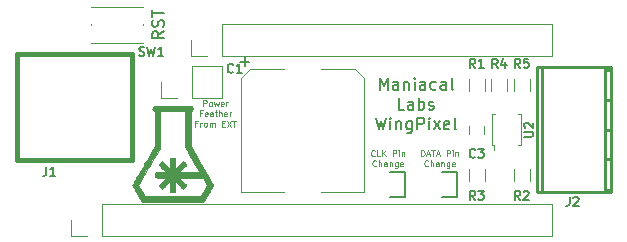
<source format=gbr>
G04 #@! TF.FileFunction,Legend,Top*
%FSLAX46Y46*%
G04 Gerber Fmt 4.6, Leading zero omitted, Abs format (unit mm)*
G04 Created by KiCad (PCBNEW 4.0.7) date 06/24/18 16:56:01*
%MOMM*%
%LPD*%
G01*
G04 APERTURE LIST*
%ADD10C,0.100000*%
%ADD11C,0.101600*%
%ADD12C,0.177800*%
%ADD13C,0.381000*%
%ADD14C,0.254000*%
%ADD15C,0.120000*%
%ADD16C,0.010000*%
%ADD17C,0.150000*%
%ADD18C,0.152400*%
%ADD19C,0.149860*%
%ADD20C,0.127000*%
G04 APERTURE END LIST*
D10*
D11*
X70239713Y-41598010D02*
X70239713Y-41090010D01*
X70360666Y-41090010D01*
X70433237Y-41114200D01*
X70481618Y-41162581D01*
X70505809Y-41210962D01*
X70529999Y-41307724D01*
X70529999Y-41380295D01*
X70505809Y-41477057D01*
X70481618Y-41525438D01*
X70433237Y-41573819D01*
X70360666Y-41598010D01*
X70239713Y-41598010D01*
X70723523Y-41452867D02*
X70965428Y-41452867D01*
X70675142Y-41598010D02*
X70844475Y-41090010D01*
X71013809Y-41598010D01*
X71110571Y-41090010D02*
X71400857Y-41090010D01*
X71255714Y-41598010D02*
X71255714Y-41090010D01*
X71546000Y-41452867D02*
X71787905Y-41452867D01*
X71497619Y-41598010D02*
X71666952Y-41090010D01*
X71836286Y-41598010D01*
X72392667Y-41598010D02*
X72392667Y-41090010D01*
X72586191Y-41090010D01*
X72634572Y-41114200D01*
X72658763Y-41138390D01*
X72682953Y-41186771D01*
X72682953Y-41259343D01*
X72658763Y-41307724D01*
X72634572Y-41331914D01*
X72586191Y-41356105D01*
X72392667Y-41356105D01*
X72900667Y-41598010D02*
X72900667Y-41259343D01*
X72900667Y-41090010D02*
X72876477Y-41114200D01*
X72900667Y-41138390D01*
X72924858Y-41114200D01*
X72900667Y-41090010D01*
X72900667Y-41138390D01*
X73142572Y-41259343D02*
X73142572Y-41598010D01*
X73142572Y-41307724D02*
X73166763Y-41283533D01*
X73215144Y-41259343D01*
X73287715Y-41259343D01*
X73336096Y-41283533D01*
X73360287Y-41331914D01*
X73360287Y-41598010D01*
X70820286Y-42413229D02*
X70796096Y-42437419D01*
X70723524Y-42461610D01*
X70675143Y-42461610D01*
X70602572Y-42437419D01*
X70554191Y-42389038D01*
X70530000Y-42340657D01*
X70505810Y-42243895D01*
X70505810Y-42171324D01*
X70530000Y-42074562D01*
X70554191Y-42026181D01*
X70602572Y-41977800D01*
X70675143Y-41953610D01*
X70723524Y-41953610D01*
X70796096Y-41977800D01*
X70820286Y-42001990D01*
X71038000Y-42461610D02*
X71038000Y-41953610D01*
X71255715Y-42461610D02*
X71255715Y-42195514D01*
X71231524Y-42147133D01*
X71183143Y-42122943D01*
X71110572Y-42122943D01*
X71062191Y-42147133D01*
X71038000Y-42171324D01*
X71715334Y-42461610D02*
X71715334Y-42195514D01*
X71691143Y-42147133D01*
X71642762Y-42122943D01*
X71546000Y-42122943D01*
X71497619Y-42147133D01*
X71715334Y-42437419D02*
X71666953Y-42461610D01*
X71546000Y-42461610D01*
X71497619Y-42437419D01*
X71473429Y-42389038D01*
X71473429Y-42340657D01*
X71497619Y-42292276D01*
X71546000Y-42268086D01*
X71666953Y-42268086D01*
X71715334Y-42243895D01*
X71957238Y-42122943D02*
X71957238Y-42461610D01*
X71957238Y-42171324D02*
X71981429Y-42147133D01*
X72029810Y-42122943D01*
X72102381Y-42122943D01*
X72150762Y-42147133D01*
X72174953Y-42195514D01*
X72174953Y-42461610D01*
X72634572Y-42122943D02*
X72634572Y-42534181D01*
X72610381Y-42582562D01*
X72586191Y-42606752D01*
X72537810Y-42630943D01*
X72465238Y-42630943D01*
X72416857Y-42606752D01*
X72634572Y-42437419D02*
X72586191Y-42461610D01*
X72489429Y-42461610D01*
X72441048Y-42437419D01*
X72416857Y-42413229D01*
X72392667Y-42364848D01*
X72392667Y-42219705D01*
X72416857Y-42171324D01*
X72441048Y-42147133D01*
X72489429Y-42122943D01*
X72586191Y-42122943D01*
X72634572Y-42147133D01*
X73070000Y-42437419D02*
X73021619Y-42461610D01*
X72924857Y-42461610D01*
X72876476Y-42437419D01*
X72852286Y-42389038D01*
X72852286Y-42195514D01*
X72876476Y-42147133D01*
X72924857Y-42122943D01*
X73021619Y-42122943D01*
X73070000Y-42147133D01*
X73094191Y-42195514D01*
X73094191Y-42243895D01*
X72852286Y-42292276D01*
X66299333Y-41549629D02*
X66275143Y-41573819D01*
X66202571Y-41598010D01*
X66154190Y-41598010D01*
X66081619Y-41573819D01*
X66033238Y-41525438D01*
X66009047Y-41477057D01*
X65984857Y-41380295D01*
X65984857Y-41307724D01*
X66009047Y-41210962D01*
X66033238Y-41162581D01*
X66081619Y-41114200D01*
X66154190Y-41090010D01*
X66202571Y-41090010D01*
X66275143Y-41114200D01*
X66299333Y-41138390D01*
X66758952Y-41598010D02*
X66517047Y-41598010D01*
X66517047Y-41090010D01*
X66928285Y-41598010D02*
X66928285Y-41090010D01*
X67218571Y-41598010D02*
X67000857Y-41307724D01*
X67218571Y-41090010D02*
X66928285Y-41380295D01*
X67823333Y-41598010D02*
X67823333Y-41090010D01*
X68016857Y-41090010D01*
X68065238Y-41114200D01*
X68089429Y-41138390D01*
X68113619Y-41186771D01*
X68113619Y-41259343D01*
X68089429Y-41307724D01*
X68065238Y-41331914D01*
X68016857Y-41356105D01*
X67823333Y-41356105D01*
X68331333Y-41598010D02*
X68331333Y-41259343D01*
X68331333Y-41090010D02*
X68307143Y-41114200D01*
X68331333Y-41138390D01*
X68355524Y-41114200D01*
X68331333Y-41090010D01*
X68331333Y-41138390D01*
X68573238Y-41259343D02*
X68573238Y-41598010D01*
X68573238Y-41307724D02*
X68597429Y-41283533D01*
X68645810Y-41259343D01*
X68718381Y-41259343D01*
X68766762Y-41283533D01*
X68790953Y-41331914D01*
X68790953Y-41598010D01*
X66420286Y-42413229D02*
X66396096Y-42437419D01*
X66323524Y-42461610D01*
X66275143Y-42461610D01*
X66202572Y-42437419D01*
X66154191Y-42389038D01*
X66130000Y-42340657D01*
X66105810Y-42243895D01*
X66105810Y-42171324D01*
X66130000Y-42074562D01*
X66154191Y-42026181D01*
X66202572Y-41977800D01*
X66275143Y-41953610D01*
X66323524Y-41953610D01*
X66396096Y-41977800D01*
X66420286Y-42001990D01*
X66638000Y-42461610D02*
X66638000Y-41953610D01*
X66855715Y-42461610D02*
X66855715Y-42195514D01*
X66831524Y-42147133D01*
X66783143Y-42122943D01*
X66710572Y-42122943D01*
X66662191Y-42147133D01*
X66638000Y-42171324D01*
X67315334Y-42461610D02*
X67315334Y-42195514D01*
X67291143Y-42147133D01*
X67242762Y-42122943D01*
X67146000Y-42122943D01*
X67097619Y-42147133D01*
X67315334Y-42437419D02*
X67266953Y-42461610D01*
X67146000Y-42461610D01*
X67097619Y-42437419D01*
X67073429Y-42389038D01*
X67073429Y-42340657D01*
X67097619Y-42292276D01*
X67146000Y-42268086D01*
X67266953Y-42268086D01*
X67315334Y-42243895D01*
X67557238Y-42122943D02*
X67557238Y-42461610D01*
X67557238Y-42171324D02*
X67581429Y-42147133D01*
X67629810Y-42122943D01*
X67702381Y-42122943D01*
X67750762Y-42147133D01*
X67774953Y-42195514D01*
X67774953Y-42461610D01*
X68234572Y-42122943D02*
X68234572Y-42534181D01*
X68210381Y-42582562D01*
X68186191Y-42606752D01*
X68137810Y-42630943D01*
X68065238Y-42630943D01*
X68016857Y-42606752D01*
X68234572Y-42437419D02*
X68186191Y-42461610D01*
X68089429Y-42461610D01*
X68041048Y-42437419D01*
X68016857Y-42413229D01*
X67992667Y-42364848D01*
X67992667Y-42219705D01*
X68016857Y-42171324D01*
X68041048Y-42147133D01*
X68089429Y-42122943D01*
X68186191Y-42122943D01*
X68234572Y-42147133D01*
X68670000Y-42437419D02*
X68621619Y-42461610D01*
X68524857Y-42461610D01*
X68476476Y-42437419D01*
X68452286Y-42389038D01*
X68452286Y-42195514D01*
X68476476Y-42147133D01*
X68524857Y-42122943D01*
X68621619Y-42122943D01*
X68670000Y-42147133D01*
X68694191Y-42195514D01*
X68694191Y-42243895D01*
X68452286Y-42292276D01*
X51796095Y-37366210D02*
X51796095Y-36858210D01*
X51989619Y-36858210D01*
X52038000Y-36882400D01*
X52062191Y-36906590D01*
X52086381Y-36954971D01*
X52086381Y-37027543D01*
X52062191Y-37075924D01*
X52038000Y-37100114D01*
X51989619Y-37124305D01*
X51796095Y-37124305D01*
X52376667Y-37366210D02*
X52328286Y-37342019D01*
X52304095Y-37317829D01*
X52279905Y-37269448D01*
X52279905Y-37124305D01*
X52304095Y-37075924D01*
X52328286Y-37051733D01*
X52376667Y-37027543D01*
X52449238Y-37027543D01*
X52497619Y-37051733D01*
X52521810Y-37075924D01*
X52546000Y-37124305D01*
X52546000Y-37269448D01*
X52521810Y-37317829D01*
X52497619Y-37342019D01*
X52449238Y-37366210D01*
X52376667Y-37366210D01*
X52715333Y-37027543D02*
X52812095Y-37366210D01*
X52908857Y-37124305D01*
X53005619Y-37366210D01*
X53102381Y-37027543D01*
X53489428Y-37342019D02*
X53441047Y-37366210D01*
X53344285Y-37366210D01*
X53295904Y-37342019D01*
X53271714Y-37293638D01*
X53271714Y-37100114D01*
X53295904Y-37051733D01*
X53344285Y-37027543D01*
X53441047Y-37027543D01*
X53489428Y-37051733D01*
X53513619Y-37100114D01*
X53513619Y-37148495D01*
X53271714Y-37196876D01*
X53731333Y-37366210D02*
X53731333Y-37027543D01*
X53731333Y-37124305D02*
X53755524Y-37075924D01*
X53779714Y-37051733D01*
X53828095Y-37027543D01*
X53876476Y-37027543D01*
X51675143Y-37963714D02*
X51505809Y-37963714D01*
X51505809Y-38229810D02*
X51505809Y-37721810D01*
X51747714Y-37721810D01*
X52134762Y-38205619D02*
X52086381Y-38229810D01*
X51989619Y-38229810D01*
X51941238Y-38205619D01*
X51917048Y-38157238D01*
X51917048Y-37963714D01*
X51941238Y-37915333D01*
X51989619Y-37891143D01*
X52086381Y-37891143D01*
X52134762Y-37915333D01*
X52158953Y-37963714D01*
X52158953Y-38012095D01*
X51917048Y-38060476D01*
X52594382Y-38229810D02*
X52594382Y-37963714D01*
X52570191Y-37915333D01*
X52521810Y-37891143D01*
X52425048Y-37891143D01*
X52376667Y-37915333D01*
X52594382Y-38205619D02*
X52546001Y-38229810D01*
X52425048Y-38229810D01*
X52376667Y-38205619D01*
X52352477Y-38157238D01*
X52352477Y-38108857D01*
X52376667Y-38060476D01*
X52425048Y-38036286D01*
X52546001Y-38036286D01*
X52594382Y-38012095D01*
X52763715Y-37891143D02*
X52957239Y-37891143D01*
X52836286Y-37721810D02*
X52836286Y-38157238D01*
X52860477Y-38205619D01*
X52908858Y-38229810D01*
X52957239Y-38229810D01*
X53126572Y-38229810D02*
X53126572Y-37721810D01*
X53344287Y-38229810D02*
X53344287Y-37963714D01*
X53320096Y-37915333D01*
X53271715Y-37891143D01*
X53199144Y-37891143D01*
X53150763Y-37915333D01*
X53126572Y-37939524D01*
X53779715Y-38205619D02*
X53731334Y-38229810D01*
X53634572Y-38229810D01*
X53586191Y-38205619D01*
X53562001Y-38157238D01*
X53562001Y-37963714D01*
X53586191Y-37915333D01*
X53634572Y-37891143D01*
X53731334Y-37891143D01*
X53779715Y-37915333D01*
X53803906Y-37963714D01*
X53803906Y-38012095D01*
X53562001Y-38060476D01*
X54021620Y-38229810D02*
X54021620Y-37891143D01*
X54021620Y-37987905D02*
X54045811Y-37939524D01*
X54070001Y-37915333D01*
X54118382Y-37891143D01*
X54166763Y-37891143D01*
X51288095Y-38827314D02*
X51118761Y-38827314D01*
X51118761Y-39093410D02*
X51118761Y-38585410D01*
X51360666Y-38585410D01*
X51554190Y-39093410D02*
X51554190Y-38754743D01*
X51554190Y-38851505D02*
X51578381Y-38803124D01*
X51602571Y-38778933D01*
X51650952Y-38754743D01*
X51699333Y-38754743D01*
X51941238Y-39093410D02*
X51892857Y-39069219D01*
X51868666Y-39045029D01*
X51844476Y-38996648D01*
X51844476Y-38851505D01*
X51868666Y-38803124D01*
X51892857Y-38778933D01*
X51941238Y-38754743D01*
X52013809Y-38754743D01*
X52062190Y-38778933D01*
X52086381Y-38803124D01*
X52110571Y-38851505D01*
X52110571Y-38996648D01*
X52086381Y-39045029D01*
X52062190Y-39069219D01*
X52013809Y-39093410D01*
X51941238Y-39093410D01*
X52328285Y-39093410D02*
X52328285Y-38754743D01*
X52328285Y-38803124D02*
X52352476Y-38778933D01*
X52400857Y-38754743D01*
X52473428Y-38754743D01*
X52521809Y-38778933D01*
X52546000Y-38827314D01*
X52546000Y-39093410D01*
X52546000Y-38827314D02*
X52570190Y-38778933D01*
X52618571Y-38754743D01*
X52691143Y-38754743D01*
X52739523Y-38778933D01*
X52763714Y-38827314D01*
X52763714Y-39093410D01*
X53392666Y-38827314D02*
X53562000Y-38827314D01*
X53634571Y-39093410D02*
X53392666Y-39093410D01*
X53392666Y-38585410D01*
X53634571Y-38585410D01*
X53803904Y-38585410D02*
X54142571Y-39093410D01*
X54142571Y-38585410D02*
X53803904Y-39093410D01*
X54263524Y-38585410D02*
X54553810Y-38585410D01*
X54408667Y-39093410D02*
X54408667Y-38585410D01*
D12*
X48465619Y-31036381D02*
X47981810Y-31375047D01*
X48465619Y-31616952D02*
X47449619Y-31616952D01*
X47449619Y-31229905D01*
X47498000Y-31133143D01*
X47546381Y-31084762D01*
X47643143Y-31036381D01*
X47788286Y-31036381D01*
X47885048Y-31084762D01*
X47933429Y-31133143D01*
X47981810Y-31229905D01*
X47981810Y-31616952D01*
X48417238Y-30649333D02*
X48465619Y-30504190D01*
X48465619Y-30262286D01*
X48417238Y-30165524D01*
X48368857Y-30117143D01*
X48272095Y-30068762D01*
X48175333Y-30068762D01*
X48078571Y-30117143D01*
X48030190Y-30165524D01*
X47981810Y-30262286D01*
X47933429Y-30455809D01*
X47885048Y-30552571D01*
X47836667Y-30600952D01*
X47739905Y-30649333D01*
X47643143Y-30649333D01*
X47546381Y-30600952D01*
X47498000Y-30552571D01*
X47449619Y-30455809D01*
X47449619Y-30213905D01*
X47498000Y-30068762D01*
X47449619Y-29778476D02*
X47449619Y-29197905D01*
X48465619Y-29488190D02*
X47449619Y-29488190D01*
X66728571Y-35974581D02*
X66728571Y-34974581D01*
X67061905Y-35688867D01*
X67395238Y-34974581D01*
X67395238Y-35974581D01*
X68300000Y-35974581D02*
X68300000Y-35450771D01*
X68252381Y-35355533D01*
X68157143Y-35307914D01*
X67966666Y-35307914D01*
X67871428Y-35355533D01*
X68300000Y-35926962D02*
X68204762Y-35974581D01*
X67966666Y-35974581D01*
X67871428Y-35926962D01*
X67823809Y-35831724D01*
X67823809Y-35736486D01*
X67871428Y-35641248D01*
X67966666Y-35593629D01*
X68204762Y-35593629D01*
X68300000Y-35546010D01*
X68776190Y-35307914D02*
X68776190Y-35974581D01*
X68776190Y-35403152D02*
X68823809Y-35355533D01*
X68919047Y-35307914D01*
X69061905Y-35307914D01*
X69157143Y-35355533D01*
X69204762Y-35450771D01*
X69204762Y-35974581D01*
X69680952Y-35974581D02*
X69680952Y-35307914D01*
X69680952Y-34974581D02*
X69633333Y-35022200D01*
X69680952Y-35069819D01*
X69728571Y-35022200D01*
X69680952Y-34974581D01*
X69680952Y-35069819D01*
X70585714Y-35974581D02*
X70585714Y-35450771D01*
X70538095Y-35355533D01*
X70442857Y-35307914D01*
X70252380Y-35307914D01*
X70157142Y-35355533D01*
X70585714Y-35926962D02*
X70490476Y-35974581D01*
X70252380Y-35974581D01*
X70157142Y-35926962D01*
X70109523Y-35831724D01*
X70109523Y-35736486D01*
X70157142Y-35641248D01*
X70252380Y-35593629D01*
X70490476Y-35593629D01*
X70585714Y-35546010D01*
X71490476Y-35926962D02*
X71395238Y-35974581D01*
X71204761Y-35974581D01*
X71109523Y-35926962D01*
X71061904Y-35879343D01*
X71014285Y-35784105D01*
X71014285Y-35498390D01*
X71061904Y-35403152D01*
X71109523Y-35355533D01*
X71204761Y-35307914D01*
X71395238Y-35307914D01*
X71490476Y-35355533D01*
X72347619Y-35974581D02*
X72347619Y-35450771D01*
X72300000Y-35355533D01*
X72204762Y-35307914D01*
X72014285Y-35307914D01*
X71919047Y-35355533D01*
X72347619Y-35926962D02*
X72252381Y-35974581D01*
X72014285Y-35974581D01*
X71919047Y-35926962D01*
X71871428Y-35831724D01*
X71871428Y-35736486D01*
X71919047Y-35641248D01*
X72014285Y-35593629D01*
X72252381Y-35593629D01*
X72347619Y-35546010D01*
X72966666Y-35974581D02*
X72871428Y-35926962D01*
X72823809Y-35831724D01*
X72823809Y-34974581D01*
X68800000Y-37652381D02*
X68323809Y-37652381D01*
X68323809Y-36652381D01*
X69561905Y-37652381D02*
X69561905Y-37128571D01*
X69514286Y-37033333D01*
X69419048Y-36985714D01*
X69228571Y-36985714D01*
X69133333Y-37033333D01*
X69561905Y-37604762D02*
X69466667Y-37652381D01*
X69228571Y-37652381D01*
X69133333Y-37604762D01*
X69085714Y-37509524D01*
X69085714Y-37414286D01*
X69133333Y-37319048D01*
X69228571Y-37271429D01*
X69466667Y-37271429D01*
X69561905Y-37223810D01*
X70038095Y-37652381D02*
X70038095Y-36652381D01*
X70038095Y-37033333D02*
X70133333Y-36985714D01*
X70323810Y-36985714D01*
X70419048Y-37033333D01*
X70466667Y-37080952D01*
X70514286Y-37176190D01*
X70514286Y-37461905D01*
X70466667Y-37557143D01*
X70419048Y-37604762D01*
X70323810Y-37652381D01*
X70133333Y-37652381D01*
X70038095Y-37604762D01*
X70895238Y-37604762D02*
X70990476Y-37652381D01*
X71180952Y-37652381D01*
X71276191Y-37604762D01*
X71323810Y-37509524D01*
X71323810Y-37461905D01*
X71276191Y-37366667D01*
X71180952Y-37319048D01*
X71038095Y-37319048D01*
X70942857Y-37271429D01*
X70895238Y-37176190D01*
X70895238Y-37128571D01*
X70942857Y-37033333D01*
X71038095Y-36985714D01*
X71180952Y-36985714D01*
X71276191Y-37033333D01*
X66395238Y-38330181D02*
X66633333Y-39330181D01*
X66823810Y-38615895D01*
X67014286Y-39330181D01*
X67252381Y-38330181D01*
X67633333Y-39330181D02*
X67633333Y-38663514D01*
X67633333Y-38330181D02*
X67585714Y-38377800D01*
X67633333Y-38425419D01*
X67680952Y-38377800D01*
X67633333Y-38330181D01*
X67633333Y-38425419D01*
X68109523Y-38663514D02*
X68109523Y-39330181D01*
X68109523Y-38758752D02*
X68157142Y-38711133D01*
X68252380Y-38663514D01*
X68395238Y-38663514D01*
X68490476Y-38711133D01*
X68538095Y-38806371D01*
X68538095Y-39330181D01*
X69442857Y-38663514D02*
X69442857Y-39473038D01*
X69395238Y-39568276D01*
X69347619Y-39615895D01*
X69252380Y-39663514D01*
X69109523Y-39663514D01*
X69014285Y-39615895D01*
X69442857Y-39282562D02*
X69347619Y-39330181D01*
X69157142Y-39330181D01*
X69061904Y-39282562D01*
X69014285Y-39234943D01*
X68966666Y-39139705D01*
X68966666Y-38853990D01*
X69014285Y-38758752D01*
X69061904Y-38711133D01*
X69157142Y-38663514D01*
X69347619Y-38663514D01*
X69442857Y-38711133D01*
X69919047Y-39330181D02*
X69919047Y-38330181D01*
X70300000Y-38330181D01*
X70395238Y-38377800D01*
X70442857Y-38425419D01*
X70490476Y-38520657D01*
X70490476Y-38663514D01*
X70442857Y-38758752D01*
X70395238Y-38806371D01*
X70300000Y-38853990D01*
X69919047Y-38853990D01*
X70919047Y-39330181D02*
X70919047Y-38663514D01*
X70919047Y-38330181D02*
X70871428Y-38377800D01*
X70919047Y-38425419D01*
X70966666Y-38377800D01*
X70919047Y-38330181D01*
X70919047Y-38425419D01*
X71299999Y-39330181D02*
X71823809Y-38663514D01*
X71299999Y-38663514D02*
X71823809Y-39330181D01*
X72585714Y-39282562D02*
X72490476Y-39330181D01*
X72299999Y-39330181D01*
X72204761Y-39282562D01*
X72157142Y-39187324D01*
X72157142Y-38806371D01*
X72204761Y-38711133D01*
X72299999Y-38663514D01*
X72490476Y-38663514D01*
X72585714Y-38711133D01*
X72633333Y-38806371D01*
X72633333Y-38901610D01*
X72157142Y-38996848D01*
X73204761Y-39330181D02*
X73109523Y-39282562D01*
X73061904Y-39187324D01*
X73061904Y-38330181D01*
D13*
X36034500Y-32964120D02*
X36034500Y-41965880D01*
X36034380Y-41965880D02*
X45735240Y-41965880D01*
X45735240Y-41965880D02*
X45735240Y-32964120D01*
X45735240Y-32964120D02*
X36034380Y-32964120D01*
D14*
X80086200Y-34069020D02*
X80086200Y-44670980D01*
X80484980Y-44670980D02*
X80484980Y-34069020D01*
X85785960Y-44670980D02*
X85785960Y-34069020D01*
X86283800Y-34069020D02*
X86283800Y-44670980D01*
X85785960Y-36873180D02*
X86283800Y-36873180D01*
X85785960Y-39370000D02*
X86283800Y-39370000D01*
X86283800Y-44467780D02*
X85785960Y-44467780D01*
X85785960Y-34269680D02*
X86283800Y-34269680D01*
X86283800Y-41866820D02*
X85785960Y-41866820D01*
X86283800Y-34071560D02*
X80086200Y-34071560D01*
X80086200Y-44665900D02*
X86283800Y-44665900D01*
D15*
X81340000Y-48320000D02*
X81340000Y-45660000D01*
X43180000Y-48320000D02*
X81340000Y-48320000D01*
X43180000Y-45660000D02*
X81340000Y-45660000D01*
X43180000Y-48320000D02*
X43180000Y-45660000D01*
X41910000Y-48320000D02*
X40580000Y-48320000D01*
X40580000Y-48320000D02*
X40580000Y-46990000D01*
X81340000Y-33080000D02*
X81340000Y-30420000D01*
X53340000Y-33080000D02*
X81340000Y-33080000D01*
X53340000Y-30420000D02*
X81340000Y-30420000D01*
X53340000Y-33080000D02*
X53340000Y-30420000D01*
X52070000Y-33080000D02*
X50740000Y-33080000D01*
X50740000Y-33080000D02*
X50740000Y-31750000D01*
X78670000Y-40670000D02*
X78470000Y-40670000D01*
X76370000Y-40670000D02*
X76370000Y-41070000D01*
X76270000Y-40670000D02*
X76370000Y-40670000D01*
X76270000Y-38070000D02*
X76270000Y-40670000D01*
X76470000Y-38070000D02*
X76270000Y-38070000D01*
X78670000Y-38070000D02*
X78470000Y-38070000D01*
X78670000Y-40670000D02*
X78670000Y-38070000D01*
X75530000Y-39020000D02*
X75530000Y-39720000D01*
X74330000Y-39720000D02*
X74330000Y-39020000D01*
X75610000Y-35060000D02*
X75610000Y-36060000D01*
X74250000Y-36060000D02*
X74250000Y-35060000D01*
X78060000Y-43680000D02*
X78060000Y-42680000D01*
X79420000Y-42680000D02*
X79420000Y-43680000D01*
X74250000Y-43680000D02*
X74250000Y-42680000D01*
X75610000Y-42680000D02*
X75610000Y-43680000D01*
X77515000Y-35060000D02*
X77515000Y-36060000D01*
X76155000Y-36060000D02*
X76155000Y-35060000D01*
X79420000Y-35060000D02*
X79420000Y-36060000D01*
X78060000Y-36060000D02*
X78060000Y-35060000D01*
X64650000Y-34190000D02*
X61760000Y-34190000D01*
X55750000Y-34190000D02*
X58640000Y-34190000D01*
X54990000Y-44610000D02*
X58640000Y-44610000D01*
X65410000Y-44610000D02*
X61760000Y-44610000D01*
X54990000Y-44610000D02*
X54990000Y-34950000D01*
X54990000Y-34950000D02*
X55750000Y-34190000D01*
X64650000Y-34190000D02*
X65410000Y-34950000D01*
X65410000Y-34950000D02*
X65410000Y-44610000D01*
X42250000Y-30430000D02*
X42250000Y-30530000D01*
X46650000Y-28930000D02*
X42250000Y-28930000D01*
X42250000Y-32030000D02*
X46650000Y-32030000D01*
X46650000Y-30430000D02*
X46650000Y-30530000D01*
X53400000Y-36636000D02*
X53400000Y-33976000D01*
X50800000Y-36636000D02*
X53400000Y-36636000D01*
X50800000Y-33976000D02*
X53400000Y-33976000D01*
X50800000Y-36636000D02*
X50800000Y-33976000D01*
X49530000Y-36636000D02*
X48200000Y-36636000D01*
X48200000Y-36636000D02*
X48200000Y-35306000D01*
D16*
G36*
X49480132Y-37335141D02*
X49669330Y-37335704D01*
X49851803Y-37336553D01*
X50024802Y-37337693D01*
X50185580Y-37339121D01*
X50331388Y-37340837D01*
X50459478Y-37342843D01*
X50567101Y-37345137D01*
X50651511Y-37347719D01*
X50709958Y-37350591D01*
X50739694Y-37353751D01*
X50741045Y-37354101D01*
X50814650Y-37389801D01*
X50868272Y-37442954D01*
X50901256Y-37507582D01*
X50912948Y-37577706D01*
X50902692Y-37647346D01*
X50869833Y-37710525D01*
X50813717Y-37761264D01*
X50787218Y-37775553D01*
X50724819Y-37804312D01*
X50724409Y-39286141D01*
X50724000Y-40767969D01*
X51151194Y-41508641D01*
X51241737Y-41665615D01*
X51344897Y-41844444D01*
X51457416Y-42039483D01*
X51576038Y-42245090D01*
X51697507Y-42455620D01*
X51818568Y-42665429D01*
X51935963Y-42868874D01*
X52046437Y-43060312D01*
X52095756Y-43145770D01*
X52184967Y-43300722D01*
X52269309Y-43447946D01*
X52347458Y-43585082D01*
X52418089Y-43709771D01*
X52479877Y-43819652D01*
X52531497Y-43912365D01*
X52571624Y-43985552D01*
X52598934Y-44036852D01*
X52612102Y-44063905D01*
X52613125Y-44067254D01*
X52605259Y-44087854D01*
X52582954Y-44132330D01*
X52548145Y-44197359D01*
X52502767Y-44279615D01*
X52448756Y-44375774D01*
X52388047Y-44482511D01*
X52322577Y-44596503D01*
X52254279Y-44714423D01*
X52185091Y-44832948D01*
X52116948Y-44948754D01*
X52051784Y-45058515D01*
X51991537Y-45158906D01*
X51938141Y-45246605D01*
X51893532Y-45318285D01*
X51859645Y-45370622D01*
X51838416Y-45400292D01*
X51834599Y-45404468D01*
X51787124Y-45448125D01*
X46612875Y-45448125D01*
X46565400Y-45404468D01*
X46548606Y-45382746D01*
X46518539Y-45337288D01*
X46477134Y-45271420D01*
X46426325Y-45188466D01*
X46368050Y-45091753D01*
X46304242Y-44984605D01*
X46236838Y-44870346D01*
X46167772Y-44752303D01*
X46098981Y-44633800D01*
X46032400Y-44518163D01*
X45969963Y-44408717D01*
X45913608Y-44308786D01*
X45865267Y-44221695D01*
X45826879Y-44150771D01*
X45800377Y-44099338D01*
X45787697Y-44070720D01*
X45786874Y-44066933D01*
X45793139Y-44051738D01*
X46291817Y-44051738D01*
X46566508Y-44527681D01*
X46841198Y-45003625D01*
X51558654Y-45003625D01*
X51833694Y-44526873D01*
X52108735Y-44050121D01*
X52000627Y-43864091D01*
X51952108Y-43780084D01*
X51901391Y-43691405D01*
X51854699Y-43608982D01*
X51820228Y-43547315D01*
X51747937Y-43416567D01*
X49732125Y-43416125D01*
X50027748Y-43713781D01*
X50107725Y-43794852D01*
X50180741Y-43869905D01*
X50243638Y-43935609D01*
X50293257Y-43988634D01*
X50326440Y-44025650D01*
X50339732Y-44042697D01*
X50347043Y-44080230D01*
X50334704Y-44115316D01*
X50309692Y-44151070D01*
X50269306Y-44195828D01*
X50220048Y-44243770D01*
X50168420Y-44289074D01*
X50120926Y-44325919D01*
X50084067Y-44348484D01*
X50069480Y-44352750D01*
X50047132Y-44342200D01*
X50005787Y-44310232D01*
X49944908Y-44256363D01*
X49863960Y-44180114D01*
X49762408Y-44081002D01*
X49720810Y-44039741D01*
X49406375Y-43726732D01*
X49406375Y-44161522D01*
X49406186Y-44292308D01*
X49405480Y-44395011D01*
X49404051Y-44473296D01*
X49401691Y-44530830D01*
X49398191Y-44571276D01*
X49393345Y-44598301D01*
X49386944Y-44615570D01*
X49380102Y-44625343D01*
X49363266Y-44638829D01*
X49337807Y-44647459D01*
X49297181Y-44652237D01*
X49234844Y-44654165D01*
X49190754Y-44654375D01*
X49117007Y-44653988D01*
X49068052Y-44651820D01*
X49036932Y-44646360D01*
X49016690Y-44636094D01*
X49000370Y-44619512D01*
X48994053Y-44611627D01*
X48983921Y-44597620D01*
X48976117Y-44581895D01*
X48970392Y-44560501D01*
X48966497Y-44529484D01*
X48964185Y-44484892D01*
X48963207Y-44422771D01*
X48963314Y-44339170D01*
X48964259Y-44230136D01*
X48965120Y-44151238D01*
X48966336Y-44039830D01*
X48967363Y-43939621D01*
X48968164Y-43854754D01*
X48968700Y-43789372D01*
X48968937Y-43747619D01*
X48968846Y-43733611D01*
X48957874Y-43744389D01*
X48927423Y-43774776D01*
X48880394Y-43821863D01*
X48819693Y-43882739D01*
X48748221Y-43954496D01*
X48668882Y-44034225D01*
X48667221Y-44035894D01*
X48585795Y-44116741D01*
X48509946Y-44190133D01*
X48443010Y-44252994D01*
X48388322Y-44302247D01*
X48349218Y-44334816D01*
X48329337Y-44347556D01*
X48308907Y-44348152D01*
X48284469Y-44337567D01*
X48251225Y-44312398D01*
X48204375Y-44269244D01*
X48166618Y-44232190D01*
X48104367Y-44167657D01*
X48064516Y-44119575D01*
X48044581Y-44084681D01*
X48041125Y-44067521D01*
X48046451Y-44049558D01*
X48063771Y-44022344D01*
X48095090Y-43983608D01*
X48142416Y-43931079D01*
X48207757Y-43862484D01*
X48293120Y-43775551D01*
X48346566Y-43721867D01*
X48652007Y-43416125D01*
X48224557Y-43416125D01*
X48085238Y-43416235D01*
X47974412Y-43415593D01*
X47888828Y-43412739D01*
X47825238Y-43406213D01*
X47780392Y-43394556D01*
X47751040Y-43376308D01*
X47733932Y-43350009D01*
X47725820Y-43314200D01*
X47723454Y-43267420D01*
X47723583Y-43208211D01*
X47723625Y-43191107D01*
X47723249Y-43129737D01*
X47724298Y-43080980D01*
X47730033Y-43043390D01*
X47743717Y-43015522D01*
X47768611Y-42995933D01*
X47807977Y-42983178D01*
X47865078Y-42975811D01*
X47943176Y-42972388D01*
X48045532Y-42971465D01*
X48175409Y-42971596D01*
X48219196Y-42971625D01*
X48651267Y-42971625D01*
X48338258Y-42657189D01*
X48248898Y-42566371D01*
X48171404Y-42485517D01*
X48108051Y-42417128D01*
X48061114Y-42363706D01*
X48032868Y-42327753D01*
X48025250Y-42312990D01*
X48036746Y-42286392D01*
X48067271Y-42245976D01*
X48110876Y-42197523D01*
X48161613Y-42146817D01*
X48213534Y-42099641D01*
X48260690Y-42061778D01*
X48297134Y-42039010D01*
X48311177Y-42035000D01*
X48330107Y-42041738D01*
X48361067Y-42063065D01*
X48405936Y-42100648D01*
X48466590Y-42156153D01*
X48544908Y-42231247D01*
X48642767Y-42327597D01*
X48659345Y-42344083D01*
X48969812Y-42653166D01*
X48965134Y-42228775D01*
X48963453Y-42090249D01*
X48962794Y-41980203D01*
X48964651Y-41895374D01*
X48970515Y-41832496D01*
X48981879Y-41788302D01*
X49000236Y-41759528D01*
X49027078Y-41742909D01*
X49063897Y-41735179D01*
X49112186Y-41733073D01*
X49173436Y-41733325D01*
X49191546Y-41733375D01*
X49271777Y-41734496D01*
X49326137Y-41738371D01*
X49360445Y-41745763D01*
X49380519Y-41757438D01*
X49381428Y-41758321D01*
X49388921Y-41769469D01*
X49394780Y-41788540D01*
X49399198Y-41819092D01*
X49402365Y-41864686D01*
X49404473Y-41928878D01*
X49405714Y-42015230D01*
X49406279Y-42127298D01*
X49406375Y-42222142D01*
X49406375Y-42661017D01*
X49720810Y-42348008D01*
X49824977Y-42245240D01*
X49909018Y-42164457D01*
X49974393Y-42104357D01*
X50022558Y-42063639D01*
X50054973Y-42041001D01*
X50071435Y-42035000D01*
X50103640Y-42047050D01*
X50151929Y-42081515D01*
X50211031Y-42134218D01*
X50277277Y-42200807D01*
X50320369Y-42252289D01*
X50342644Y-42292492D01*
X50346437Y-42325242D01*
X50339732Y-42345052D01*
X50324448Y-42364412D01*
X50289823Y-42402842D01*
X50239016Y-42457013D01*
X50175186Y-42523594D01*
X50101491Y-42599256D01*
X50027748Y-42673968D01*
X49732125Y-42971625D01*
X51488589Y-42971625D01*
X51457294Y-42920031D01*
X51422471Y-42861823D01*
X51376078Y-42783049D01*
X51319623Y-42686349D01*
X51254614Y-42574365D01*
X51182559Y-42449736D01*
X51104966Y-42315105D01*
X51023344Y-42173113D01*
X50939201Y-42026400D01*
X50854044Y-41877608D01*
X50769382Y-41729378D01*
X50686723Y-41584351D01*
X50607576Y-41445167D01*
X50533448Y-41314468D01*
X50465847Y-41194896D01*
X50406282Y-41089090D01*
X50356260Y-40999693D01*
X50317291Y-40929345D01*
X50290882Y-40880688D01*
X50278540Y-40856361D01*
X50277896Y-40854659D01*
X50275786Y-40831630D01*
X50273779Y-40779011D01*
X50271895Y-40698962D01*
X50270154Y-40593643D01*
X50268575Y-40465212D01*
X50267179Y-40315830D01*
X50265985Y-40147656D01*
X50265013Y-39962850D01*
X50264282Y-39763573D01*
X50263814Y-39551983D01*
X50263627Y-39330240D01*
X50263625Y-39300636D01*
X50263625Y-37796375D01*
X48136989Y-37796375D01*
X48128437Y-40868187D01*
X47784729Y-41463500D01*
X47695018Y-41618868D01*
X47595473Y-41791244D01*
X47490521Y-41972961D01*
X47384590Y-42156356D01*
X47282106Y-42333764D01*
X47187496Y-42497521D01*
X47119940Y-42614437D01*
X46974356Y-42866399D01*
X46842857Y-43094050D01*
X46725664Y-43297010D01*
X46622995Y-43474897D01*
X46535071Y-43627331D01*
X46462110Y-43753931D01*
X46404332Y-43854316D01*
X46361957Y-43928107D01*
X46335205Y-43974921D01*
X46330081Y-43983962D01*
X46291817Y-44051738D01*
X45793139Y-44051738D01*
X45794593Y-44048214D01*
X45816661Y-44005010D01*
X45851444Y-43940273D01*
X45897311Y-43856953D01*
X45952628Y-43757999D01*
X46015763Y-43646362D01*
X46085083Y-43524993D01*
X46129919Y-43447074D01*
X46216007Y-43297890D01*
X46308884Y-43136959D01*
X46404742Y-42970876D01*
X46499776Y-42806236D01*
X46590179Y-42649633D01*
X46672145Y-42507663D01*
X46738823Y-42392187D01*
X46810062Y-42268821D01*
X46893259Y-42124738D01*
X46984500Y-41966716D01*
X47079870Y-41801537D01*
X47175455Y-41635979D01*
X47267341Y-41476823D01*
X47340341Y-41350372D01*
X47676000Y-40768931D01*
X47675590Y-39286622D01*
X47675180Y-37804312D01*
X47612781Y-37775553D01*
X47547983Y-37730866D01*
X47506683Y-37671549D01*
X47488225Y-37603581D01*
X47491955Y-37532941D01*
X47517218Y-37465606D01*
X47563358Y-37407557D01*
X47629721Y-37364771D01*
X47658954Y-37354101D01*
X47685501Y-37350910D01*
X47741048Y-37348009D01*
X47822847Y-37345396D01*
X47928151Y-37343071D01*
X48054211Y-37341035D01*
X48198279Y-37339288D01*
X48357606Y-37337830D01*
X48529446Y-37336660D01*
X48711049Y-37335780D01*
X48899667Y-37335187D01*
X49092552Y-37334883D01*
X49286957Y-37334868D01*
X49480132Y-37335141D01*
X49480132Y-37335141D01*
G37*
X49480132Y-37335141D02*
X49669330Y-37335704D01*
X49851803Y-37336553D01*
X50024802Y-37337693D01*
X50185580Y-37339121D01*
X50331388Y-37340837D01*
X50459478Y-37342843D01*
X50567101Y-37345137D01*
X50651511Y-37347719D01*
X50709958Y-37350591D01*
X50739694Y-37353751D01*
X50741045Y-37354101D01*
X50814650Y-37389801D01*
X50868272Y-37442954D01*
X50901256Y-37507582D01*
X50912948Y-37577706D01*
X50902692Y-37647346D01*
X50869833Y-37710525D01*
X50813717Y-37761264D01*
X50787218Y-37775553D01*
X50724819Y-37804312D01*
X50724409Y-39286141D01*
X50724000Y-40767969D01*
X51151194Y-41508641D01*
X51241737Y-41665615D01*
X51344897Y-41844444D01*
X51457416Y-42039483D01*
X51576038Y-42245090D01*
X51697507Y-42455620D01*
X51818568Y-42665429D01*
X51935963Y-42868874D01*
X52046437Y-43060312D01*
X52095756Y-43145770D01*
X52184967Y-43300722D01*
X52269309Y-43447946D01*
X52347458Y-43585082D01*
X52418089Y-43709771D01*
X52479877Y-43819652D01*
X52531497Y-43912365D01*
X52571624Y-43985552D01*
X52598934Y-44036852D01*
X52612102Y-44063905D01*
X52613125Y-44067254D01*
X52605259Y-44087854D01*
X52582954Y-44132330D01*
X52548145Y-44197359D01*
X52502767Y-44279615D01*
X52448756Y-44375774D01*
X52388047Y-44482511D01*
X52322577Y-44596503D01*
X52254279Y-44714423D01*
X52185091Y-44832948D01*
X52116948Y-44948754D01*
X52051784Y-45058515D01*
X51991537Y-45158906D01*
X51938141Y-45246605D01*
X51893532Y-45318285D01*
X51859645Y-45370622D01*
X51838416Y-45400292D01*
X51834599Y-45404468D01*
X51787124Y-45448125D01*
X46612875Y-45448125D01*
X46565400Y-45404468D01*
X46548606Y-45382746D01*
X46518539Y-45337288D01*
X46477134Y-45271420D01*
X46426325Y-45188466D01*
X46368050Y-45091753D01*
X46304242Y-44984605D01*
X46236838Y-44870346D01*
X46167772Y-44752303D01*
X46098981Y-44633800D01*
X46032400Y-44518163D01*
X45969963Y-44408717D01*
X45913608Y-44308786D01*
X45865267Y-44221695D01*
X45826879Y-44150771D01*
X45800377Y-44099338D01*
X45787697Y-44070720D01*
X45786874Y-44066933D01*
X45793139Y-44051738D01*
X46291817Y-44051738D01*
X46566508Y-44527681D01*
X46841198Y-45003625D01*
X51558654Y-45003625D01*
X51833694Y-44526873D01*
X52108735Y-44050121D01*
X52000627Y-43864091D01*
X51952108Y-43780084D01*
X51901391Y-43691405D01*
X51854699Y-43608982D01*
X51820228Y-43547315D01*
X51747937Y-43416567D01*
X49732125Y-43416125D01*
X50027748Y-43713781D01*
X50107725Y-43794852D01*
X50180741Y-43869905D01*
X50243638Y-43935609D01*
X50293257Y-43988634D01*
X50326440Y-44025650D01*
X50339732Y-44042697D01*
X50347043Y-44080230D01*
X50334704Y-44115316D01*
X50309692Y-44151070D01*
X50269306Y-44195828D01*
X50220048Y-44243770D01*
X50168420Y-44289074D01*
X50120926Y-44325919D01*
X50084067Y-44348484D01*
X50069480Y-44352750D01*
X50047132Y-44342200D01*
X50005787Y-44310232D01*
X49944908Y-44256363D01*
X49863960Y-44180114D01*
X49762408Y-44081002D01*
X49720810Y-44039741D01*
X49406375Y-43726732D01*
X49406375Y-44161522D01*
X49406186Y-44292308D01*
X49405480Y-44395011D01*
X49404051Y-44473296D01*
X49401691Y-44530830D01*
X49398191Y-44571276D01*
X49393345Y-44598301D01*
X49386944Y-44615570D01*
X49380102Y-44625343D01*
X49363266Y-44638829D01*
X49337807Y-44647459D01*
X49297181Y-44652237D01*
X49234844Y-44654165D01*
X49190754Y-44654375D01*
X49117007Y-44653988D01*
X49068052Y-44651820D01*
X49036932Y-44646360D01*
X49016690Y-44636094D01*
X49000370Y-44619512D01*
X48994053Y-44611627D01*
X48983921Y-44597620D01*
X48976117Y-44581895D01*
X48970392Y-44560501D01*
X48966497Y-44529484D01*
X48964185Y-44484892D01*
X48963207Y-44422771D01*
X48963314Y-44339170D01*
X48964259Y-44230136D01*
X48965120Y-44151238D01*
X48966336Y-44039830D01*
X48967363Y-43939621D01*
X48968164Y-43854754D01*
X48968700Y-43789372D01*
X48968937Y-43747619D01*
X48968846Y-43733611D01*
X48957874Y-43744389D01*
X48927423Y-43774776D01*
X48880394Y-43821863D01*
X48819693Y-43882739D01*
X48748221Y-43954496D01*
X48668882Y-44034225D01*
X48667221Y-44035894D01*
X48585795Y-44116741D01*
X48509946Y-44190133D01*
X48443010Y-44252994D01*
X48388322Y-44302247D01*
X48349218Y-44334816D01*
X48329337Y-44347556D01*
X48308907Y-44348152D01*
X48284469Y-44337567D01*
X48251225Y-44312398D01*
X48204375Y-44269244D01*
X48166618Y-44232190D01*
X48104367Y-44167657D01*
X48064516Y-44119575D01*
X48044581Y-44084681D01*
X48041125Y-44067521D01*
X48046451Y-44049558D01*
X48063771Y-44022344D01*
X48095090Y-43983608D01*
X48142416Y-43931079D01*
X48207757Y-43862484D01*
X48293120Y-43775551D01*
X48346566Y-43721867D01*
X48652007Y-43416125D01*
X48224557Y-43416125D01*
X48085238Y-43416235D01*
X47974412Y-43415593D01*
X47888828Y-43412739D01*
X47825238Y-43406213D01*
X47780392Y-43394556D01*
X47751040Y-43376308D01*
X47733932Y-43350009D01*
X47725820Y-43314200D01*
X47723454Y-43267420D01*
X47723583Y-43208211D01*
X47723625Y-43191107D01*
X47723249Y-43129737D01*
X47724298Y-43080980D01*
X47730033Y-43043390D01*
X47743717Y-43015522D01*
X47768611Y-42995933D01*
X47807977Y-42983178D01*
X47865078Y-42975811D01*
X47943176Y-42972388D01*
X48045532Y-42971465D01*
X48175409Y-42971596D01*
X48219196Y-42971625D01*
X48651267Y-42971625D01*
X48338258Y-42657189D01*
X48248898Y-42566371D01*
X48171404Y-42485517D01*
X48108051Y-42417128D01*
X48061114Y-42363706D01*
X48032868Y-42327753D01*
X48025250Y-42312990D01*
X48036746Y-42286392D01*
X48067271Y-42245976D01*
X48110876Y-42197523D01*
X48161613Y-42146817D01*
X48213534Y-42099641D01*
X48260690Y-42061778D01*
X48297134Y-42039010D01*
X48311177Y-42035000D01*
X48330107Y-42041738D01*
X48361067Y-42063065D01*
X48405936Y-42100648D01*
X48466590Y-42156153D01*
X48544908Y-42231247D01*
X48642767Y-42327597D01*
X48659345Y-42344083D01*
X48969812Y-42653166D01*
X48965134Y-42228775D01*
X48963453Y-42090249D01*
X48962794Y-41980203D01*
X48964651Y-41895374D01*
X48970515Y-41832496D01*
X48981879Y-41788302D01*
X49000236Y-41759528D01*
X49027078Y-41742909D01*
X49063897Y-41735179D01*
X49112186Y-41733073D01*
X49173436Y-41733325D01*
X49191546Y-41733375D01*
X49271777Y-41734496D01*
X49326137Y-41738371D01*
X49360445Y-41745763D01*
X49380519Y-41757438D01*
X49381428Y-41758321D01*
X49388921Y-41769469D01*
X49394780Y-41788540D01*
X49399198Y-41819092D01*
X49402365Y-41864686D01*
X49404473Y-41928878D01*
X49405714Y-42015230D01*
X49406279Y-42127298D01*
X49406375Y-42222142D01*
X49406375Y-42661017D01*
X49720810Y-42348008D01*
X49824977Y-42245240D01*
X49909018Y-42164457D01*
X49974393Y-42104357D01*
X50022558Y-42063639D01*
X50054973Y-42041001D01*
X50071435Y-42035000D01*
X50103640Y-42047050D01*
X50151929Y-42081515D01*
X50211031Y-42134218D01*
X50277277Y-42200807D01*
X50320369Y-42252289D01*
X50342644Y-42292492D01*
X50346437Y-42325242D01*
X50339732Y-42345052D01*
X50324448Y-42364412D01*
X50289823Y-42402842D01*
X50239016Y-42457013D01*
X50175186Y-42523594D01*
X50101491Y-42599256D01*
X50027748Y-42673968D01*
X49732125Y-42971625D01*
X51488589Y-42971625D01*
X51457294Y-42920031D01*
X51422471Y-42861823D01*
X51376078Y-42783049D01*
X51319623Y-42686349D01*
X51254614Y-42574365D01*
X51182559Y-42449736D01*
X51104966Y-42315105D01*
X51023344Y-42173113D01*
X50939201Y-42026400D01*
X50854044Y-41877608D01*
X50769382Y-41729378D01*
X50686723Y-41584351D01*
X50607576Y-41445167D01*
X50533448Y-41314468D01*
X50465847Y-41194896D01*
X50406282Y-41089090D01*
X50356260Y-40999693D01*
X50317291Y-40929345D01*
X50290882Y-40880688D01*
X50278540Y-40856361D01*
X50277896Y-40854659D01*
X50275786Y-40831630D01*
X50273779Y-40779011D01*
X50271895Y-40698962D01*
X50270154Y-40593643D01*
X50268575Y-40465212D01*
X50267179Y-40315830D01*
X50265985Y-40147656D01*
X50265013Y-39962850D01*
X50264282Y-39763573D01*
X50263814Y-39551983D01*
X50263627Y-39330240D01*
X50263625Y-39300636D01*
X50263625Y-37796375D01*
X48136989Y-37796375D01*
X48128437Y-40868187D01*
X47784729Y-41463500D01*
X47695018Y-41618868D01*
X47595473Y-41791244D01*
X47490521Y-41972961D01*
X47384590Y-42156356D01*
X47282106Y-42333764D01*
X47187496Y-42497521D01*
X47119940Y-42614437D01*
X46974356Y-42866399D01*
X46842857Y-43094050D01*
X46725664Y-43297010D01*
X46622995Y-43474897D01*
X46535071Y-43627331D01*
X46462110Y-43753931D01*
X46404332Y-43854316D01*
X46361957Y-43928107D01*
X46335205Y-43974921D01*
X46330081Y-43983962D01*
X46291817Y-44051738D01*
X45793139Y-44051738D01*
X45794593Y-44048214D01*
X45816661Y-44005010D01*
X45851444Y-43940273D01*
X45897311Y-43856953D01*
X45952628Y-43757999D01*
X46015763Y-43646362D01*
X46085083Y-43524993D01*
X46129919Y-43447074D01*
X46216007Y-43297890D01*
X46308884Y-43136959D01*
X46404742Y-42970876D01*
X46499776Y-42806236D01*
X46590179Y-42649633D01*
X46672145Y-42507663D01*
X46738823Y-42392187D01*
X46810062Y-42268821D01*
X46893259Y-42124738D01*
X46984500Y-41966716D01*
X47079870Y-41801537D01*
X47175455Y-41635979D01*
X47267341Y-41476823D01*
X47340341Y-41350372D01*
X47676000Y-40768931D01*
X47675590Y-39286622D01*
X47675180Y-37804312D01*
X47612781Y-37775553D01*
X47547983Y-37730866D01*
X47506683Y-37671549D01*
X47488225Y-37603581D01*
X47491955Y-37532941D01*
X47517218Y-37465606D01*
X47563358Y-37407557D01*
X47629721Y-37364771D01*
X47658954Y-37354101D01*
X47685501Y-37350910D01*
X47741048Y-37348009D01*
X47822847Y-37345396D01*
X47928151Y-37343071D01*
X48054211Y-37341035D01*
X48198279Y-37339288D01*
X48357606Y-37337830D01*
X48529446Y-37336660D01*
X48711049Y-37335780D01*
X48899667Y-37335187D01*
X49092552Y-37334883D01*
X49286957Y-37334868D01*
X49480132Y-37335141D01*
D17*
X73300000Y-42900000D02*
X72000000Y-42900000D01*
X73300000Y-42900000D02*
X73300000Y-45100000D01*
X73300000Y-45100000D02*
X72000000Y-45100000D01*
X68900000Y-42900000D02*
X67600000Y-42900000D01*
X68900000Y-42900000D02*
X68900000Y-45100000D01*
X68900000Y-45100000D02*
X67600000Y-45100000D01*
D18*
X38481001Y-42508714D02*
X38481001Y-43053000D01*
X38444715Y-43161857D01*
X38372144Y-43234429D01*
X38263287Y-43270714D01*
X38190715Y-43270714D01*
X39243000Y-43270714D02*
X38807572Y-43270714D01*
X39025286Y-43270714D02*
X39025286Y-42508714D01*
X38952715Y-42617571D01*
X38880143Y-42690143D01*
X38807572Y-42726429D01*
D19*
X82804001Y-45048714D02*
X82804001Y-45593000D01*
X82767715Y-45701857D01*
X82695144Y-45774429D01*
X82586287Y-45810714D01*
X82513715Y-45810714D01*
X83130572Y-45121286D02*
X83166858Y-45085000D01*
X83239429Y-45048714D01*
X83420858Y-45048714D01*
X83493429Y-45085000D01*
X83529715Y-45121286D01*
X83566000Y-45193857D01*
X83566000Y-45266429D01*
X83529715Y-45375286D01*
X83094286Y-45810714D01*
X83566000Y-45810714D01*
D20*
X78957714Y-39950571D02*
X79574571Y-39950571D01*
X79647143Y-39914286D01*
X79683429Y-39878000D01*
X79719714Y-39805429D01*
X79719714Y-39660286D01*
X79683429Y-39587714D01*
X79647143Y-39551429D01*
X79574571Y-39515143D01*
X78957714Y-39515143D01*
X79030286Y-39188571D02*
X78994000Y-39152285D01*
X78957714Y-39079714D01*
X78957714Y-38898285D01*
X78994000Y-38825714D01*
X79030286Y-38789428D01*
X79102857Y-38753143D01*
X79175429Y-38753143D01*
X79284286Y-38789428D01*
X79719714Y-39224857D01*
X79719714Y-38753143D01*
X74803000Y-41674143D02*
X74766714Y-41710429D01*
X74657857Y-41746714D01*
X74585286Y-41746714D01*
X74476429Y-41710429D01*
X74403857Y-41637857D01*
X74367572Y-41565286D01*
X74331286Y-41420143D01*
X74331286Y-41311286D01*
X74367572Y-41166143D01*
X74403857Y-41093571D01*
X74476429Y-41021000D01*
X74585286Y-40984714D01*
X74657857Y-40984714D01*
X74766714Y-41021000D01*
X74803000Y-41057286D01*
X75057000Y-40984714D02*
X75528714Y-40984714D01*
X75274714Y-41275000D01*
X75383572Y-41275000D01*
X75456143Y-41311286D01*
X75492429Y-41347571D01*
X75528714Y-41420143D01*
X75528714Y-41601571D01*
X75492429Y-41674143D01*
X75456143Y-41710429D01*
X75383572Y-41746714D01*
X75165857Y-41746714D01*
X75093286Y-41710429D01*
X75057000Y-41674143D01*
D17*
X74803000Y-34126714D02*
X74549000Y-33763857D01*
X74367572Y-34126714D02*
X74367572Y-33364714D01*
X74657857Y-33364714D01*
X74730429Y-33401000D01*
X74766714Y-33437286D01*
X74803000Y-33509857D01*
X74803000Y-33618714D01*
X74766714Y-33691286D01*
X74730429Y-33727571D01*
X74657857Y-33763857D01*
X74367572Y-33763857D01*
X75528714Y-34126714D02*
X75093286Y-34126714D01*
X75311000Y-34126714D02*
X75311000Y-33364714D01*
X75238429Y-33473571D01*
X75165857Y-33546143D01*
X75093286Y-33582429D01*
X78613000Y-45302714D02*
X78359000Y-44939857D01*
X78177572Y-45302714D02*
X78177572Y-44540714D01*
X78467857Y-44540714D01*
X78540429Y-44577000D01*
X78576714Y-44613286D01*
X78613000Y-44685857D01*
X78613000Y-44794714D01*
X78576714Y-44867286D01*
X78540429Y-44903571D01*
X78467857Y-44939857D01*
X78177572Y-44939857D01*
X78903286Y-44613286D02*
X78939572Y-44577000D01*
X79012143Y-44540714D01*
X79193572Y-44540714D01*
X79266143Y-44577000D01*
X79302429Y-44613286D01*
X79338714Y-44685857D01*
X79338714Y-44758429D01*
X79302429Y-44867286D01*
X78867000Y-45302714D01*
X79338714Y-45302714D01*
X74803000Y-45302714D02*
X74549000Y-44939857D01*
X74367572Y-45302714D02*
X74367572Y-44540714D01*
X74657857Y-44540714D01*
X74730429Y-44577000D01*
X74766714Y-44613286D01*
X74803000Y-44685857D01*
X74803000Y-44794714D01*
X74766714Y-44867286D01*
X74730429Y-44903571D01*
X74657857Y-44939857D01*
X74367572Y-44939857D01*
X75057000Y-44540714D02*
X75528714Y-44540714D01*
X75274714Y-44831000D01*
X75383572Y-44831000D01*
X75456143Y-44867286D01*
X75492429Y-44903571D01*
X75528714Y-44976143D01*
X75528714Y-45157571D01*
X75492429Y-45230143D01*
X75456143Y-45266429D01*
X75383572Y-45302714D01*
X75165857Y-45302714D01*
X75093286Y-45266429D01*
X75057000Y-45230143D01*
X76708000Y-34126714D02*
X76454000Y-33763857D01*
X76272572Y-34126714D02*
X76272572Y-33364714D01*
X76562857Y-33364714D01*
X76635429Y-33401000D01*
X76671714Y-33437286D01*
X76708000Y-33509857D01*
X76708000Y-33618714D01*
X76671714Y-33691286D01*
X76635429Y-33727571D01*
X76562857Y-33763857D01*
X76272572Y-33763857D01*
X77361143Y-33618714D02*
X77361143Y-34126714D01*
X77179714Y-33328429D02*
X76998286Y-33872714D01*
X77470000Y-33872714D01*
X78613000Y-34126714D02*
X78359000Y-33763857D01*
X78177572Y-34126714D02*
X78177572Y-33364714D01*
X78467857Y-33364714D01*
X78540429Y-33401000D01*
X78576714Y-33437286D01*
X78613000Y-33509857D01*
X78613000Y-33618714D01*
X78576714Y-33691286D01*
X78540429Y-33727571D01*
X78467857Y-33763857D01*
X78177572Y-33763857D01*
X79302429Y-33364714D02*
X78939572Y-33364714D01*
X78903286Y-33727571D01*
X78939572Y-33691286D01*
X79012143Y-33655000D01*
X79193572Y-33655000D01*
X79266143Y-33691286D01*
X79302429Y-33727571D01*
X79338714Y-33800143D01*
X79338714Y-33981571D01*
X79302429Y-34054143D01*
X79266143Y-34090429D01*
X79193572Y-34126714D01*
X79012143Y-34126714D01*
X78939572Y-34090429D01*
X78903286Y-34054143D01*
X54323000Y-34472143D02*
X54286714Y-34508429D01*
X54177857Y-34544714D01*
X54105286Y-34544714D01*
X53996429Y-34508429D01*
X53923857Y-34435857D01*
X53887572Y-34363286D01*
X53851286Y-34218143D01*
X53851286Y-34109286D01*
X53887572Y-33964143D01*
X53923857Y-33891571D01*
X53996429Y-33819000D01*
X54105286Y-33782714D01*
X54177857Y-33782714D01*
X54286714Y-33819000D01*
X54323000Y-33855286D01*
X55048714Y-34544714D02*
X54613286Y-34544714D01*
X54831000Y-34544714D02*
X54831000Y-33782714D01*
X54758429Y-33891571D01*
X54685857Y-33964143D01*
X54613286Y-34000429D01*
X55301429Y-34000952D02*
X55301429Y-33239047D01*
X55682381Y-33619999D02*
X54920476Y-33619999D01*
X46355001Y-33074429D02*
X46463858Y-33110714D01*
X46645287Y-33110714D01*
X46717858Y-33074429D01*
X46754144Y-33038143D01*
X46790429Y-32965571D01*
X46790429Y-32893000D01*
X46754144Y-32820429D01*
X46717858Y-32784143D01*
X46645287Y-32747857D01*
X46500144Y-32711571D01*
X46427572Y-32675286D01*
X46391287Y-32639000D01*
X46355001Y-32566429D01*
X46355001Y-32493857D01*
X46391287Y-32421286D01*
X46427572Y-32385000D01*
X46500144Y-32348714D01*
X46681572Y-32348714D01*
X46790429Y-32385000D01*
X47044429Y-32348714D02*
X47225858Y-33110714D01*
X47371001Y-32566429D01*
X47516143Y-33110714D01*
X47697572Y-32348714D01*
X48387000Y-33110714D02*
X47951572Y-33110714D01*
X48169286Y-33110714D02*
X48169286Y-32348714D01*
X48096715Y-32457571D01*
X48024143Y-32530143D01*
X47951572Y-32566429D01*
M02*

</source>
